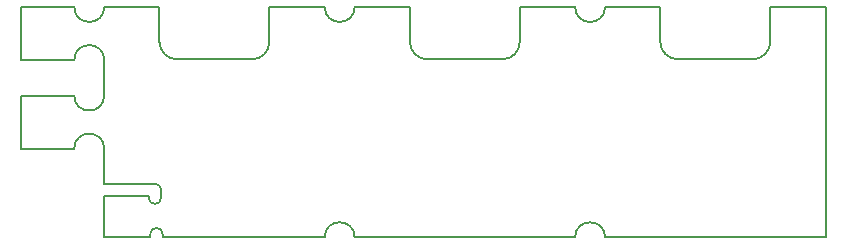
<source format=gm1>
G04*
G04 #@! TF.GenerationSoftware,Altium Limited,Altium Designer,19.1.5 (86)*
G04*
G04 Layer_Color=32896*
%FSLAX25Y25*%
%MOIN*%
G70*
G01*
G75*
%ADD46C,0.00600*%
%ADD49C,0.00598*%
D46*
X49478Y6077D02*
G03*
X45354Y6077I-2062J0D01*
G01*
X79219Y64322D02*
G03*
X85061Y70164I-1J5843D01*
G01*
X48978Y20762D02*
G03*
X46915Y22824I-2066J-4D01*
G01*
X48417Y70164D02*
G03*
X54258Y64322I5843J1D01*
G01*
X44854Y18176D02*
G03*
X48978Y18176I2062J0D01*
G01*
X246173Y64322D02*
G03*
X252015Y70164I-1J5843D01*
G01*
X215371Y70164D02*
G03*
X221213Y64322I5843J1D01*
G01*
X131894Y70164D02*
G03*
X137735Y64322I5843J1D01*
G01*
X162696Y64322D02*
G03*
X168538Y70164I-1J5843D01*
G01*
X2283Y52249D02*
X20000D01*
X2282Y52248D02*
X2283Y52249D01*
X2282Y52248D02*
X2283D01*
Y34534D02*
Y52248D01*
Y34534D02*
X2285Y34533D01*
X20000D01*
X2286Y64067D02*
X19999D01*
X2284Y64068D02*
X2286Y64067D01*
X2284Y64068D02*
Y81782D01*
X2283D02*
X2284D01*
X2283D02*
X2284Y81784D01*
X20000D01*
X30000Y52251D02*
Y64068D01*
X30000Y22824D02*
Y34533D01*
X30000Y81784D02*
X48417D01*
X30000Y18700D02*
X44854D01*
X85061Y70164D02*
Y81784D01*
X85061Y81784D02*
X103477D01*
X44854Y18176D02*
Y18700D01*
X54258Y64322D02*
X79219D01*
X30000Y22824D02*
X46915D01*
X48417Y70164D02*
Y81784D01*
X30000Y5000D02*
Y18700D01*
X30000Y5000D02*
X45354D01*
X49478Y5000D02*
Y6077D01*
X45354Y5000D02*
Y6077D01*
X49478Y5000D02*
X103477Y5000D01*
X48978Y18176D02*
Y20762D01*
X252015Y81784D02*
X270431D01*
X252015Y70164D02*
Y81784D01*
X221213Y64322D02*
X246173D01*
X196954Y81784D02*
X215371D01*
X196954Y5000D02*
X270431Y5000D01*
Y81784D01*
X215371Y70164D02*
Y81784D01*
X131894Y70164D02*
Y81784D01*
X113477Y5000D02*
X186954Y5000D01*
X113477Y81784D02*
X131894D01*
X137735Y64322D02*
X162696D01*
X168538Y70164D02*
Y81784D01*
X168538Y81784D02*
X186954D01*
D49*
X20000Y81784D02*
G03*
X30000Y81784I5000J0D01*
G01*
X186954Y81784D02*
G03*
X196954Y81784I5000J0D01*
G01*
X196954Y5000D02*
G03*
X186954Y5000I-5000J0D01*
G01*
X103477Y81784D02*
G03*
X113477Y81784I5000J0D01*
G01*
X113477Y5000D02*
G03*
X103477Y5000I-5000J0D01*
G01*
X30000Y64068D02*
G03*
X20000Y64068I-5000J0D01*
G01*
X30000Y34533D02*
G03*
X20000Y34533I-5000J0D01*
G01*
Y52249D02*
G03*
X30000Y52251I5000J2D01*
G01*
M02*

</source>
